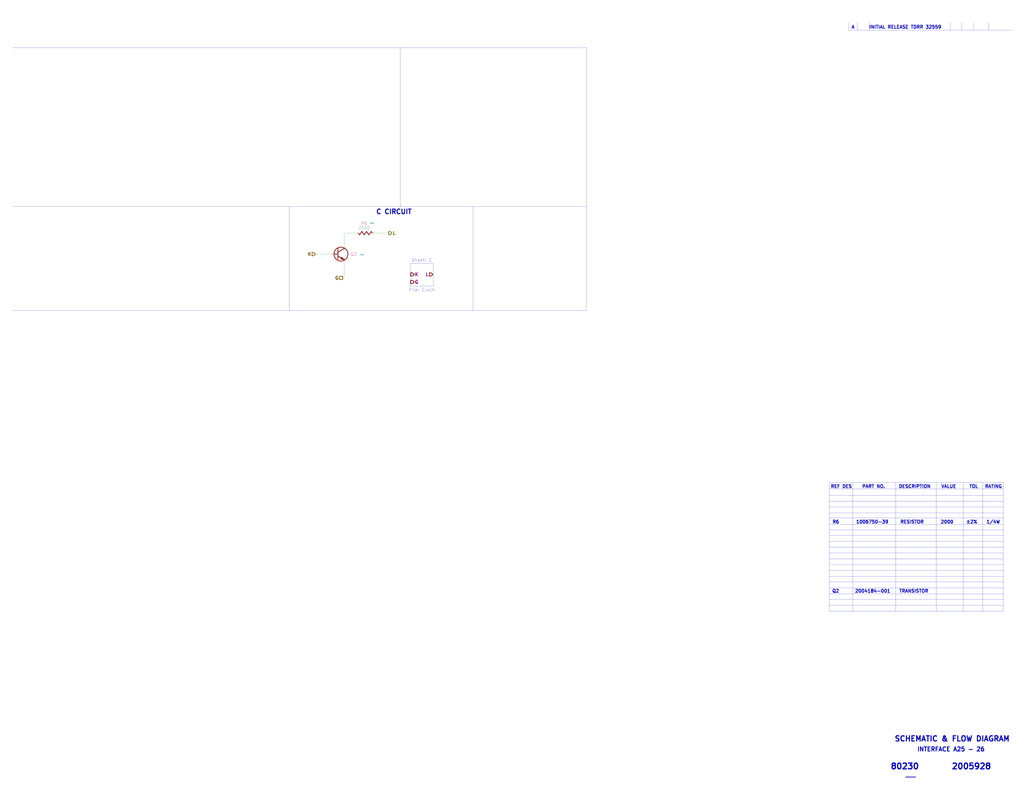
<source format=kicad_sch>
(kicad_sch (version 20211123) (generator eeschema)
  (paper "E")
  (lib_symbols
    (symbol "AGC_DSKY:HierBody" (pin_numbers hide) (pin_names (offset 0) hide)
      (symbol "HierBody_0_1"
        (polyline (pts (xy 1.905 0) (xy -0.127 -1.778) (xy -1.905 -1.778) (xy -1.905 1.778) (xy -0.127 1.778) (xy 1.905 0)) (stroke (width 0.762)))
      )
    )
    (symbol "AGC_DSKY:Resistor" (pin_numbers hide) (pin_names (offset 0) hide)
      (property "Reference" "R" (at -0.635 -4.445 0))
      (symbol "Resistor_0_1"
        (polyline (pts (xy -7.62 0) (xy -6.35 -1.905) (xy -3.81 1.905) (xy -1.27 -1.905) (xy 1.27 1.905) (xy 3.81 -1.905) (xy 6.35 1.905) (xy 7.62 0)) (stroke (width 0.762)))
      )
      (symbol "Resistor_1_1"
        (pin passive line (at -10.16 0 0) (length 2.54) (name "1") (number "1"))
        (pin passive line (at 10.16 0 180) (length 2.54) (name "2") (number "2"))
      )
    )
    (symbol "AGC_DSKY:Transistor-NPN" (pin_numbers hide) (pin_names (offset 0) hide)
      (property "Reference" "Q" (at 0 10.541 0))
      (symbol "Transistor-NPN_0_1"
        (polyline (pts (xy -3.302 -2.032) (xy 3.81 -6.35)) (stroke (width 0.762)))
        (polyline (pts (xy -3.302 2.032) (xy 3.81 6.35)) (stroke (width 0.762)))
        (polyline (pts (xy -3.302 5.969) (xy -3.302 -5.715)) (stroke (width 0.762)))
        (polyline (pts (xy -3.302 0) (xy -7.62 0) (xy -7.493 0)) (stroke (width 0.762)))
        (polyline (pts (xy -0.127 -4.826) (xy 0.635 -3.556) (xy 3.81 -6.35) (xy -0.254 -4.953)) (stroke (width 0.762)) (fill (type outline)))
        (circle (center 0 0) (radius 7.62) (stroke (width 0.762)))
      )
      (symbol "Transistor-NPN_1_1"
        (pin passive line (at 3.81 6.35 180) (length 0) (name "C") (number "1"))
        (pin passive line (at -7.62 0 0) (length 0) (name "B") (number "2"))
        (pin passive line (at 3.81 -6.35 180) (length 0) (name "E") (number "3"))
      )
    )
  )
  (wire (pts (xy 375.92 303.53) (xy 375.92 283.845)))
  (polyline (pts (xy 905.129 553.7454) (xy 1094.994 553.7454)) (stroke (width 0) (type solid)))
  (polyline (pts (xy 930.529 527.0754) (xy 930.529 667.4104)) (stroke (width 0) (type solid)))
  (polyline (pts (xy 1078.992 32.9946) (xy 1078.992 24.7396)) (stroke (width 0.1524) (type solid)))
  (polyline (pts (xy 473.075 287.655) (xy 447.675 287.655)) (stroke (width 0) (type solid)))
  (polyline (pts (xy 948.69 32.9946) (xy 948.69 24.7396)) (stroke (width 0.1524) (type solid)))
  (polyline (pts (xy 315.595 225.425) (xy 315.595 339.09)) (stroke (width 0) (type solid)))
  (polyline (pts (xy 905.129 572.7954) (xy 1094.994 572.7954)) (stroke (width 0) (type solid)))
  (polyline (pts (xy 1072.769 527.0754) (xy 1072.769 667.4104)) (stroke (width 0) (type solid)))
  (polyline (pts (xy 905.129 565.8104) (xy 1094.994 565.8104)) (stroke (width 0) (type solid)))
  (polyline (pts (xy 926.1094 33.02) (xy 926.1094 24.765)) (stroke (width 0.1524) (type solid)))
  (polyline (pts (xy 905.129 578.5104) (xy 1094.994 578.5104)) (stroke (width 0) (type solid)))
  (polyline (pts (xy 1104.9 33.02) (xy 926.1094 33.02)) (stroke (width 0.1524) (type solid)))
  (polyline (pts (xy 1051.179 527.0754) (xy 1051.179 667.4104)) (stroke (width 0) (type solid)))
  (polyline (pts (xy 1094.994 610.2604) (xy 905.129 610.2604)) (stroke (width 0) (type solid)))
  (polyline (pts (xy 1094.994 534.0604) (xy 905.129 534.0604)) (stroke (width 0) (type solid)))
  (polyline (pts (xy 905.129 603.9104) (xy 1094.994 603.9104)) (stroke (width 0) (type solid)))
  (polyline (pts (xy 905.129 527.0754) (xy 905.129 667.4104)) (stroke (width 0) (type solid)))
  (polyline (pts (xy 473.075 312.42) (xy 473.075 287.655)) (stroke (width 0) (type solid)))
  (polyline (pts (xy 1037.1074 32.9946) (xy 1037.1074 24.7396)) (stroke (width 0.1524) (type solid)))
  (polyline (pts (xy 905.129 667.4104) (xy 1094.994 667.4104)) (stroke (width 0) (type solid)))
  (polyline (pts (xy 1094.994 648.3604) (xy 905.129 648.3604)) (stroke (width 0) (type solid)))
  (polyline (pts (xy 905.129 642.0104) (xy 1094.994 642.0104)) (stroke (width 0) (type solid)))
  (polyline (pts (xy 1094.994 597.5604) (xy 905.129 597.5604)) (stroke (width 0) (type solid)))
  (wire (pts (xy 408.94 254.635) (xy 424.18 254.635)))
  (polyline (pts (xy 437.515 224.79) (xy 437.515 225.425)))
  (polyline (pts (xy 1094.994 547.3954) (xy 905.129 547.3954)) (stroke (width 0) (type solid)))
  (polyline (pts (xy 13.97 225.425) (xy 640.08 225.425)) (stroke (width 0) (type solid)))
  (polyline (pts (xy 905.129 629.3104) (xy 1094.994 629.3104)) (stroke (width 0) (type solid)))
  (polyline (pts (xy 905.129 591.2104) (xy 1094.994 591.2104)) (stroke (width 0) (type solid)))
  (wire (pts (xy 344.17 277.495) (xy 364.49 277.495)))
  (polyline (pts (xy 436.88 224.79) (xy 437.515 224.79)))
  (polyline (pts (xy 905.129 541.0454) (xy 1094.994 541.0454)) (stroke (width 0) (type solid)))
  (wire (pts (xy 375.92 254.635) (xy 375.92 271.145)))
  (polyline (pts (xy 977.519 527.0754) (xy 977.519 667.4104)) (stroke (width 0) (type solid)))
  (wire (pts (xy 388.62 254.635) (xy 375.92 254.635)))
  (polyline (pts (xy 1094.994 661.0604) (xy 905.129 661.0604)) (stroke (width 0) (type solid)))
  (polyline (pts (xy 436.88 52.07) (xy 436.88 224.79)) (stroke (width 0) (type solid)))
  (polyline (pts (xy 1094.994 560.0954) (xy 905.129 560.0954)) (stroke (width 0) (type solid)))
  (polyline (pts (xy 13.97 52.07) (xy 640.08 52.07)) (stroke (width 0) (type solid)))
  (polyline (pts (xy 1094.994 622.9604) (xy 905.129 622.9604)) (stroke (width 0) (type solid)))
  (polyline (pts (xy 13.97 339.09) (xy 640.08 339.09)) (stroke (width 0) (type solid)))
  (polyline (pts (xy 516.255 225.425) (xy 516.255 339.09)) (stroke (width 0) (type solid)))
  (polyline (pts (xy 905.129 527.0754) (xy 1094.994 527.0754)) (stroke (width 0) (type solid)))
  (polyline (pts (xy 1094.994 527.0754) (xy 1094.994 667.4104)) (stroke (width 0) (type solid)))
  (polyline (pts (xy 905.129 584.8604) (xy 1094.994 584.8604)) (stroke (width 0) (type solid)))
  (polyline (pts (xy 1062.5074 32.9946) (xy 1062.5074 24.7396)) (stroke (width 0.1524) (type solid)))
  (polyline (pts (xy 905.129 616.6104) (xy 1094.994 616.6104)) (stroke (width 0) (type solid)))
  (polyline (pts (xy 1094.994 635.6604) (xy 905.129 635.6604)) (stroke (width 0) (type solid)))
  (polyline (pts (xy 1021.969 527.0754) (xy 1021.969 667.4104)) (stroke (width 0) (type solid)))
  (polyline (pts (xy 447.675 287.655) (xy 447.675 312.42)) (stroke (width 0) (type solid)))
  (wire (pts (xy 374.015 303.53) (xy 375.92 303.53)))
  (polyline (pts (xy 447.675 312.42) (xy 473.075 312.42)) (stroke (width 0) (type solid)))
  (polyline (pts (xy 1049.8074 32.9946) (xy 1049.8074 24.7396)) (stroke (width 0.1524) (type solid)))
  (polyline (pts (xy 640.08 52.07) (xy 640.08 339.09)) (stroke (width 0) (type solid)))
  (polyline (pts (xy 935.7106 33.02) (xy 935.7106 24.765)) (stroke (width 0.1524) (type solid)))
  (polyline (pts (xy 905.129 654.7104) (xy 1094.994 654.7104)) (stroke (width 0) (type solid)))
  (text "REF DES" (at 906.399 533.4254 0) (effects (font (size 3.556 3.556) (thickness 0.7112) bold) (justify left bottom)))
  (text "1/4W" (at 1076.325 572.135 0) (effects (font (size 3.556 3.556) (thickness 0.7112) bold) (justify left bottom)))
  (text "TRANSISTOR" (at 981.075 647.7 0) (effects (font (size 3.556 3.556) (thickness 0.7112) bold) (justify left bottom)))
  (text "2000" (at 1026.414 572.1604 0) (effects (font (size 3.556 3.556) (thickness 0.7112) bold) (justify left bottom)))
  (text "A      INITIAL RELEASE TDRR 32559" (at 929.005 31.75 0) (effects (font (size 3.556 3.556) (thickness 0.7112) bold) (justify left bottom)))
  (text "C CIRCUIT" (at 410.21 234.315 0) (effects (font (size 5.08 5.08) (thickness 1.016) bold) (justify left bottom)))
  (text "TOL" (at 1057.529 533.4254 0) (effects (font (size 3.556 3.556) (thickness 0.7112) bold) (justify left bottom)))
  (text "____" (at 988.06 848.995 0) (effects (font (size 3.556 3.556) (thickness 0.7112) bold) (justify left bottom)))
  (text "Q2" (at 908.05 647.7 0) (effects (font (size 3.556 3.556) (thickness 0.7112) bold) (justify left bottom)))
  (text "VALUE" (at 1027.049 533.4254 0) (effects (font (size 3.556 3.556) (thickness 0.7112) bold) (justify left bottom)))
  (text "File: C.sch" (at 474.98 318.77 180) (effects (font (size 3.556 3.556)) (justify right bottom)))
  (text "R6" (at 908.304 572.1604 0) (effects (font (size 3.556 3.556) (thickness 0.7112) bold) (justify left bottom)))
  (text "80230" (at 971.55 840.74 0) (effects (font (size 6.35 6.35) (thickness 1.27) bold) (justify left bottom)))
  (text "PART NO." (at 940.689 533.4254 0) (effects (font (size 3.556 3.556) (thickness 0.7112) bold) (justify left bottom)))
  (text "±2%" (at 1054.1 572.135 0) (effects (font (size 3.556 3.556) (thickness 0.7112) bold) (justify left bottom)))
  (text "RATING" (at 1074.674 533.4254 0) (effects (font (size 3.556 3.556) (thickness 0.7112) bold) (justify left bottom)))
  (text "SCHEMATIC & FLOW DIAGRAM" (at 975.995 810.26 0) (effects (font (size 5.715 5.715) (thickness 1.143) bold) (justify left bottom)))
  (text "Sheet: C" (at 471.805 286.385 180) (effects (font (size 3.556 3.556)) (justify right bottom)))
  (text "RESISTOR" (at 982.345 572.135 0) (effects (font (size 3.556 3.556) (thickness 0.7112) bold) (justify left bottom)))
  (text "1006750-39" (at 934.085 572.135 0) (effects (font (size 3.556 3.556) (thickness 0.7112) bold) (justify left bottom)))
  (text "2005928" (at 1038.225 840.74 0) (effects (font (size 6.35 6.35) (thickness 1.27) bold) (justify left bottom)))
  (text "INTERFACE A25 - 26" (at 1000.76 821.055 0) (effects (font (size 4.572 4.572) (thickness 0.9144) bold) (justify left bottom)))
  (text "DESCRIPTION" (at 980.694 533.4254 0) (effects (font (size 3.556 3.556) (thickness 0.7112) bold) (justify left bottom)))
  (text "2004184-001" (at 932.815 647.7 0) (effects (font (size 3.556 3.556) (thickness 0.7112) bold) (justify left bottom)))
  (hierarchical_label "L" (shape output) (at 424.18 254.635 0) (effects (font (size 3.556 3.556) (thickness 0.7112) bold)))
  (hierarchical_label "G" (shape passive) (at 374.015 303.53 180) (effects (font (size 3.556 3.556) (thickness 0.7112) bold)))
  (hierarchical_label "K" (shape input) (at 344.17 277.495 180) (effects (font (size 3.556 3.556) (thickness 0.7112) bold)))
  (symbol (lib_id "AGC_DSKY:Transistor-NPN") (at 372.11 277.495 0)
    (property "Reference" "10Q2" (at 394.97 278.13 0))
    (property "Value" "Transistor-NPN" (effects hide))
    (property "baseRefd" "Q2" (at 386.08 277.495 0) (effects (font (size 3.556 3.556))))
  )
  (symbol (lib_id "AGC_DSKY:Resistor") (at 398.78 254.635 0)
    (property "Reference" "10R6" (at 405.765 243.84 0))
    (property "Value" "2000" (at 397.51 248.92 0) (effects (font (size 3.302 3.302))))
    (property "baseRefd" "R6" (at 397.51 243.84 0) (effects (font (size 3.556 3.556))))
  )
  (symbol (lib_id "AGC_DSKY:HierBody") (at 450.215 299.72 0)
    (property "Reference" "N5801" (effects hide))
    (property "Value" "HierBody" (effects hide))
    (property "Caption2" "K" (at 454.66 299.72 0) (effects (font (size 3.556 3.556) bold)))
  )
  (symbol (lib_id "AGC_DSKY:HierBody") (at 450.215 307.975 0)
    (property "Reference" "N5802" (effects hide))
    (property "Value" "HierBody" (effects hide))
    (property "Caption2" "G" (at 454.66 307.975 0) (effects (font (size 3.556 3.556) bold)))
  )
  (symbol (lib_id "AGC_DSKY:HierBody") (at 470.535 299.72 0)
    (property "Reference" "N5803" (effects hide))
    (property "Value" "HierBody" (effects hide))
    (property "Caption2" "L" (at 466.09 299.72 0) (effects (font (size 3.556 3.556) bold)))
  )
)
</source>
